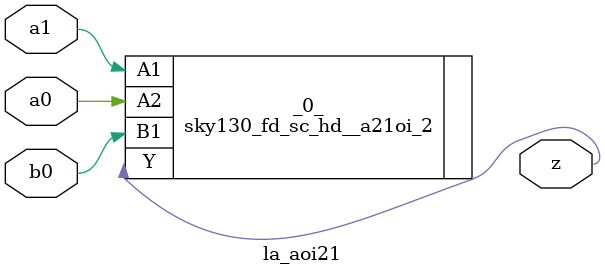
<source format=v>

module la_aoi21(a0, a1, b0, z);
  input a0;
  input a1;
  input b0;
  output z;
  sky130_fd_sc_hd__a21oi_2 _0_ (
    .A1(a1),
    .A2(a0),
    .B1(b0),
    .Y(z)
  );
endmodule

</source>
